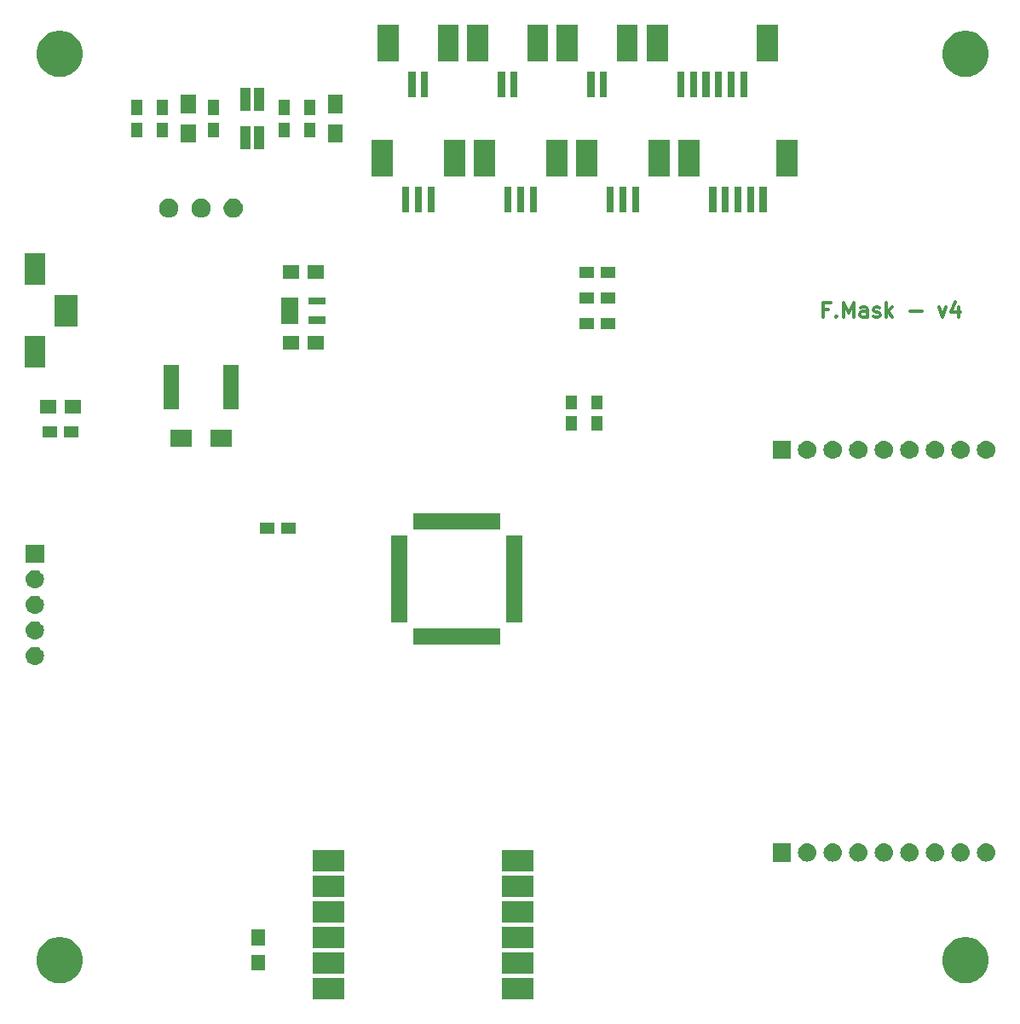
<source format=gbr>
G04 #@! TF.GenerationSoftware,KiCad,Pcbnew,(5.1.0)-1*
G04 #@! TF.CreationDate,2019-06-24T11:39:16+02:00*
G04 #@! TF.ProjectId,USB_Tool,5553425f-546f-46f6-9c2e-6b696361645f,4*
G04 #@! TF.SameCoordinates,Original*
G04 #@! TF.FileFunction,Soldermask,Top*
G04 #@! TF.FilePolarity,Negative*
%FSLAX46Y46*%
G04 Gerber Fmt 4.6, Leading zero omitted, Abs format (unit mm)*
G04 Created by KiCad (PCBNEW (5.1.0)-1) date 2019-06-24 11:39:16*
%MOMM*%
%LPD*%
G04 APERTURE LIST*
%ADD10C,0.300000*%
%ADD11C,0.100000*%
G04 APERTURE END LIST*
D10*
X131380000Y-80372857D02*
X130880000Y-80372857D01*
X130880000Y-81158571D02*
X130880000Y-79658571D01*
X131594285Y-79658571D01*
X132165714Y-81015714D02*
X132237142Y-81087142D01*
X132165714Y-81158571D01*
X132094285Y-81087142D01*
X132165714Y-81015714D01*
X132165714Y-81158571D01*
X132880000Y-81158571D02*
X132880000Y-79658571D01*
X133380000Y-80730000D01*
X133880000Y-79658571D01*
X133880000Y-81158571D01*
X135237142Y-81158571D02*
X135237142Y-80372857D01*
X135165714Y-80230000D01*
X135022857Y-80158571D01*
X134737142Y-80158571D01*
X134594285Y-80230000D01*
X135237142Y-81087142D02*
X135094285Y-81158571D01*
X134737142Y-81158571D01*
X134594285Y-81087142D01*
X134522857Y-80944285D01*
X134522857Y-80801428D01*
X134594285Y-80658571D01*
X134737142Y-80587142D01*
X135094285Y-80587142D01*
X135237142Y-80515714D01*
X135880000Y-81087142D02*
X136022857Y-81158571D01*
X136308571Y-81158571D01*
X136451428Y-81087142D01*
X136522857Y-80944285D01*
X136522857Y-80872857D01*
X136451428Y-80730000D01*
X136308571Y-80658571D01*
X136094285Y-80658571D01*
X135951428Y-80587142D01*
X135880000Y-80444285D01*
X135880000Y-80372857D01*
X135951428Y-80230000D01*
X136094285Y-80158571D01*
X136308571Y-80158571D01*
X136451428Y-80230000D01*
X137165714Y-81158571D02*
X137165714Y-79658571D01*
X137308571Y-80587142D02*
X137737142Y-81158571D01*
X137737142Y-80158571D02*
X137165714Y-80730000D01*
X139522857Y-80587142D02*
X140665714Y-80587142D01*
X142380000Y-80158571D02*
X142737142Y-81158571D01*
X143094285Y-80158571D01*
X144308571Y-80158571D02*
X144308571Y-81158571D01*
X143951428Y-79587142D02*
X143594285Y-80658571D01*
X144522857Y-80658571D01*
D11*
G36*
X102083000Y-148857000D02*
G01*
X98933000Y-148857000D01*
X98933000Y-146723000D01*
X102083000Y-146723000D01*
X102083000Y-148857000D01*
X102083000Y-148857000D01*
G37*
G36*
X83287000Y-148857000D02*
G01*
X80137000Y-148857000D01*
X80137000Y-146723000D01*
X83287000Y-146723000D01*
X83287000Y-148857000D01*
X83287000Y-148857000D01*
G37*
G36*
X55448903Y-142743213D02*
G01*
X55671177Y-142787426D01*
X56089932Y-142960880D01*
X56466802Y-143212696D01*
X56787304Y-143533198D01*
X57039120Y-143910068D01*
X57212574Y-144328823D01*
X57301000Y-144773371D01*
X57301000Y-145226629D01*
X57212574Y-145671177D01*
X57039120Y-146089932D01*
X56787304Y-146466802D01*
X56466802Y-146787304D01*
X56089932Y-147039120D01*
X55671177Y-147212574D01*
X55448903Y-147256787D01*
X55226630Y-147301000D01*
X54773370Y-147301000D01*
X54551097Y-147256787D01*
X54328823Y-147212574D01*
X53910068Y-147039120D01*
X53533198Y-146787304D01*
X53212696Y-146466802D01*
X52960880Y-146089932D01*
X52787426Y-145671177D01*
X52699000Y-145226629D01*
X52699000Y-144773371D01*
X52787426Y-144328823D01*
X52960880Y-143910068D01*
X53212696Y-143533198D01*
X53533198Y-143212696D01*
X53910068Y-142960880D01*
X54328823Y-142787426D01*
X54551097Y-142743213D01*
X54773370Y-142699000D01*
X55226630Y-142699000D01*
X55448903Y-142743213D01*
X55448903Y-142743213D01*
G37*
G36*
X145448903Y-142743213D02*
G01*
X145671177Y-142787426D01*
X146089932Y-142960880D01*
X146466802Y-143212696D01*
X146787304Y-143533198D01*
X147039120Y-143910068D01*
X147212574Y-144328823D01*
X147301000Y-144773371D01*
X147301000Y-145226629D01*
X147212574Y-145671177D01*
X147039120Y-146089932D01*
X146787304Y-146466802D01*
X146466802Y-146787304D01*
X146089932Y-147039120D01*
X145671177Y-147212574D01*
X145448903Y-147256787D01*
X145226630Y-147301000D01*
X144773370Y-147301000D01*
X144551097Y-147256787D01*
X144328823Y-147212574D01*
X143910068Y-147039120D01*
X143533198Y-146787304D01*
X143212696Y-146466802D01*
X142960880Y-146089932D01*
X142787426Y-145671177D01*
X142699000Y-145226629D01*
X142699000Y-144773371D01*
X142787426Y-144328823D01*
X142960880Y-143910068D01*
X143212696Y-143533198D01*
X143533198Y-143212696D01*
X143910068Y-142960880D01*
X144328823Y-142787426D01*
X144551097Y-142743213D01*
X144773370Y-142699000D01*
X145226630Y-142699000D01*
X145448903Y-142743213D01*
X145448903Y-142743213D01*
G37*
G36*
X102083000Y-146317000D02*
G01*
X98933000Y-146317000D01*
X98933000Y-144183000D01*
X102083000Y-144183000D01*
X102083000Y-146317000D01*
X102083000Y-146317000D01*
G37*
G36*
X83287000Y-146317000D02*
G01*
X80137000Y-146317000D01*
X80137000Y-144183000D01*
X83287000Y-144183000D01*
X83287000Y-146317000D01*
X83287000Y-146317000D01*
G37*
G36*
X75441000Y-146031000D02*
G01*
X74089000Y-146031000D01*
X74089000Y-144429000D01*
X75441000Y-144429000D01*
X75441000Y-146031000D01*
X75441000Y-146031000D01*
G37*
G36*
X102083000Y-143777000D02*
G01*
X98933000Y-143777000D01*
X98933000Y-141643000D01*
X102083000Y-141643000D01*
X102083000Y-143777000D01*
X102083000Y-143777000D01*
G37*
G36*
X83287000Y-143777000D02*
G01*
X80137000Y-143777000D01*
X80137000Y-141643000D01*
X83287000Y-141643000D01*
X83287000Y-143777000D01*
X83287000Y-143777000D01*
G37*
G36*
X75441000Y-143531000D02*
G01*
X74089000Y-143531000D01*
X74089000Y-141929000D01*
X75441000Y-141929000D01*
X75441000Y-143531000D01*
X75441000Y-143531000D01*
G37*
G36*
X102083000Y-141237000D02*
G01*
X98933000Y-141237000D01*
X98933000Y-139103000D01*
X102083000Y-139103000D01*
X102083000Y-141237000D01*
X102083000Y-141237000D01*
G37*
G36*
X83287000Y-141237000D02*
G01*
X80137000Y-141237000D01*
X80137000Y-139103000D01*
X83287000Y-139103000D01*
X83287000Y-141237000D01*
X83287000Y-141237000D01*
G37*
G36*
X102083000Y-138697000D02*
G01*
X98933000Y-138697000D01*
X98933000Y-136563000D01*
X102083000Y-136563000D01*
X102083000Y-138697000D01*
X102083000Y-138697000D01*
G37*
G36*
X83287000Y-138697000D02*
G01*
X80137000Y-138697000D01*
X80137000Y-136563000D01*
X83287000Y-136563000D01*
X83287000Y-138697000D01*
X83287000Y-138697000D01*
G37*
G36*
X102083000Y-136157000D02*
G01*
X98933000Y-136157000D01*
X98933000Y-134023000D01*
X102083000Y-134023000D01*
X102083000Y-136157000D01*
X102083000Y-136157000D01*
G37*
G36*
X83287000Y-136157000D02*
G01*
X80137000Y-136157000D01*
X80137000Y-134023000D01*
X83287000Y-134023000D01*
X83287000Y-136157000D01*
X83287000Y-136157000D01*
G37*
G36*
X129380443Y-133405519D02*
G01*
X129446627Y-133412037D01*
X129616466Y-133463557D01*
X129772991Y-133547222D01*
X129808729Y-133576552D01*
X129910186Y-133659814D01*
X129993448Y-133761271D01*
X130022778Y-133797009D01*
X130106443Y-133953534D01*
X130157963Y-134123373D01*
X130175359Y-134300000D01*
X130157963Y-134476627D01*
X130106443Y-134646466D01*
X130022778Y-134802991D01*
X129993448Y-134838729D01*
X129910186Y-134940186D01*
X129808729Y-135023448D01*
X129772991Y-135052778D01*
X129616466Y-135136443D01*
X129446627Y-135187963D01*
X129380443Y-135194481D01*
X129314260Y-135201000D01*
X129225740Y-135201000D01*
X129159557Y-135194481D01*
X129093373Y-135187963D01*
X128923534Y-135136443D01*
X128767009Y-135052778D01*
X128731271Y-135023448D01*
X128629814Y-134940186D01*
X128546552Y-134838729D01*
X128517222Y-134802991D01*
X128433557Y-134646466D01*
X128382037Y-134476627D01*
X128364641Y-134300000D01*
X128382037Y-134123373D01*
X128433557Y-133953534D01*
X128517222Y-133797009D01*
X128546552Y-133761271D01*
X128629814Y-133659814D01*
X128731271Y-133576552D01*
X128767009Y-133547222D01*
X128923534Y-133463557D01*
X129093373Y-133412037D01*
X129159557Y-133405519D01*
X129225740Y-133399000D01*
X129314260Y-133399000D01*
X129380443Y-133405519D01*
X129380443Y-133405519D01*
G37*
G36*
X147160443Y-133405519D02*
G01*
X147226627Y-133412037D01*
X147396466Y-133463557D01*
X147552991Y-133547222D01*
X147588729Y-133576552D01*
X147690186Y-133659814D01*
X147773448Y-133761271D01*
X147802778Y-133797009D01*
X147886443Y-133953534D01*
X147937963Y-134123373D01*
X147955359Y-134300000D01*
X147937963Y-134476627D01*
X147886443Y-134646466D01*
X147802778Y-134802991D01*
X147773448Y-134838729D01*
X147690186Y-134940186D01*
X147588729Y-135023448D01*
X147552991Y-135052778D01*
X147396466Y-135136443D01*
X147226627Y-135187963D01*
X147160443Y-135194481D01*
X147094260Y-135201000D01*
X147005740Y-135201000D01*
X146939557Y-135194481D01*
X146873373Y-135187963D01*
X146703534Y-135136443D01*
X146547009Y-135052778D01*
X146511271Y-135023448D01*
X146409814Y-134940186D01*
X146326552Y-134838729D01*
X146297222Y-134802991D01*
X146213557Y-134646466D01*
X146162037Y-134476627D01*
X146144641Y-134300000D01*
X146162037Y-134123373D01*
X146213557Y-133953534D01*
X146297222Y-133797009D01*
X146326552Y-133761271D01*
X146409814Y-133659814D01*
X146511271Y-133576552D01*
X146547009Y-133547222D01*
X146703534Y-133463557D01*
X146873373Y-133412037D01*
X146939557Y-133405519D01*
X147005740Y-133399000D01*
X147094260Y-133399000D01*
X147160443Y-133405519D01*
X147160443Y-133405519D01*
G37*
G36*
X144620443Y-133405519D02*
G01*
X144686627Y-133412037D01*
X144856466Y-133463557D01*
X145012991Y-133547222D01*
X145048729Y-133576552D01*
X145150186Y-133659814D01*
X145233448Y-133761271D01*
X145262778Y-133797009D01*
X145346443Y-133953534D01*
X145397963Y-134123373D01*
X145415359Y-134300000D01*
X145397963Y-134476627D01*
X145346443Y-134646466D01*
X145262778Y-134802991D01*
X145233448Y-134838729D01*
X145150186Y-134940186D01*
X145048729Y-135023448D01*
X145012991Y-135052778D01*
X144856466Y-135136443D01*
X144686627Y-135187963D01*
X144620443Y-135194481D01*
X144554260Y-135201000D01*
X144465740Y-135201000D01*
X144399557Y-135194481D01*
X144333373Y-135187963D01*
X144163534Y-135136443D01*
X144007009Y-135052778D01*
X143971271Y-135023448D01*
X143869814Y-134940186D01*
X143786552Y-134838729D01*
X143757222Y-134802991D01*
X143673557Y-134646466D01*
X143622037Y-134476627D01*
X143604641Y-134300000D01*
X143622037Y-134123373D01*
X143673557Y-133953534D01*
X143757222Y-133797009D01*
X143786552Y-133761271D01*
X143869814Y-133659814D01*
X143971271Y-133576552D01*
X144007009Y-133547222D01*
X144163534Y-133463557D01*
X144333373Y-133412037D01*
X144399557Y-133405519D01*
X144465740Y-133399000D01*
X144554260Y-133399000D01*
X144620443Y-133405519D01*
X144620443Y-133405519D01*
G37*
G36*
X127631000Y-135201000D02*
G01*
X125829000Y-135201000D01*
X125829000Y-133399000D01*
X127631000Y-133399000D01*
X127631000Y-135201000D01*
X127631000Y-135201000D01*
G37*
G36*
X134460443Y-133405519D02*
G01*
X134526627Y-133412037D01*
X134696466Y-133463557D01*
X134852991Y-133547222D01*
X134888729Y-133576552D01*
X134990186Y-133659814D01*
X135073448Y-133761271D01*
X135102778Y-133797009D01*
X135186443Y-133953534D01*
X135237963Y-134123373D01*
X135255359Y-134300000D01*
X135237963Y-134476627D01*
X135186443Y-134646466D01*
X135102778Y-134802991D01*
X135073448Y-134838729D01*
X134990186Y-134940186D01*
X134888729Y-135023448D01*
X134852991Y-135052778D01*
X134696466Y-135136443D01*
X134526627Y-135187963D01*
X134460443Y-135194481D01*
X134394260Y-135201000D01*
X134305740Y-135201000D01*
X134239557Y-135194481D01*
X134173373Y-135187963D01*
X134003534Y-135136443D01*
X133847009Y-135052778D01*
X133811271Y-135023448D01*
X133709814Y-134940186D01*
X133626552Y-134838729D01*
X133597222Y-134802991D01*
X133513557Y-134646466D01*
X133462037Y-134476627D01*
X133444641Y-134300000D01*
X133462037Y-134123373D01*
X133513557Y-133953534D01*
X133597222Y-133797009D01*
X133626552Y-133761271D01*
X133709814Y-133659814D01*
X133811271Y-133576552D01*
X133847009Y-133547222D01*
X134003534Y-133463557D01*
X134173373Y-133412037D01*
X134239557Y-133405519D01*
X134305740Y-133399000D01*
X134394260Y-133399000D01*
X134460443Y-133405519D01*
X134460443Y-133405519D01*
G37*
G36*
X137000443Y-133405519D02*
G01*
X137066627Y-133412037D01*
X137236466Y-133463557D01*
X137392991Y-133547222D01*
X137428729Y-133576552D01*
X137530186Y-133659814D01*
X137613448Y-133761271D01*
X137642778Y-133797009D01*
X137726443Y-133953534D01*
X137777963Y-134123373D01*
X137795359Y-134300000D01*
X137777963Y-134476627D01*
X137726443Y-134646466D01*
X137642778Y-134802991D01*
X137613448Y-134838729D01*
X137530186Y-134940186D01*
X137428729Y-135023448D01*
X137392991Y-135052778D01*
X137236466Y-135136443D01*
X137066627Y-135187963D01*
X137000443Y-135194481D01*
X136934260Y-135201000D01*
X136845740Y-135201000D01*
X136779557Y-135194481D01*
X136713373Y-135187963D01*
X136543534Y-135136443D01*
X136387009Y-135052778D01*
X136351271Y-135023448D01*
X136249814Y-134940186D01*
X136166552Y-134838729D01*
X136137222Y-134802991D01*
X136053557Y-134646466D01*
X136002037Y-134476627D01*
X135984641Y-134300000D01*
X136002037Y-134123373D01*
X136053557Y-133953534D01*
X136137222Y-133797009D01*
X136166552Y-133761271D01*
X136249814Y-133659814D01*
X136351271Y-133576552D01*
X136387009Y-133547222D01*
X136543534Y-133463557D01*
X136713373Y-133412037D01*
X136779557Y-133405519D01*
X136845740Y-133399000D01*
X136934260Y-133399000D01*
X137000443Y-133405519D01*
X137000443Y-133405519D01*
G37*
G36*
X139540443Y-133405519D02*
G01*
X139606627Y-133412037D01*
X139776466Y-133463557D01*
X139932991Y-133547222D01*
X139968729Y-133576552D01*
X140070186Y-133659814D01*
X140153448Y-133761271D01*
X140182778Y-133797009D01*
X140266443Y-133953534D01*
X140317963Y-134123373D01*
X140335359Y-134300000D01*
X140317963Y-134476627D01*
X140266443Y-134646466D01*
X140182778Y-134802991D01*
X140153448Y-134838729D01*
X140070186Y-134940186D01*
X139968729Y-135023448D01*
X139932991Y-135052778D01*
X139776466Y-135136443D01*
X139606627Y-135187963D01*
X139540443Y-135194481D01*
X139474260Y-135201000D01*
X139385740Y-135201000D01*
X139319557Y-135194481D01*
X139253373Y-135187963D01*
X139083534Y-135136443D01*
X138927009Y-135052778D01*
X138891271Y-135023448D01*
X138789814Y-134940186D01*
X138706552Y-134838729D01*
X138677222Y-134802991D01*
X138593557Y-134646466D01*
X138542037Y-134476627D01*
X138524641Y-134300000D01*
X138542037Y-134123373D01*
X138593557Y-133953534D01*
X138677222Y-133797009D01*
X138706552Y-133761271D01*
X138789814Y-133659814D01*
X138891271Y-133576552D01*
X138927009Y-133547222D01*
X139083534Y-133463557D01*
X139253373Y-133412037D01*
X139319557Y-133405519D01*
X139385740Y-133399000D01*
X139474260Y-133399000D01*
X139540443Y-133405519D01*
X139540443Y-133405519D01*
G37*
G36*
X142080443Y-133405519D02*
G01*
X142146627Y-133412037D01*
X142316466Y-133463557D01*
X142472991Y-133547222D01*
X142508729Y-133576552D01*
X142610186Y-133659814D01*
X142693448Y-133761271D01*
X142722778Y-133797009D01*
X142806443Y-133953534D01*
X142857963Y-134123373D01*
X142875359Y-134300000D01*
X142857963Y-134476627D01*
X142806443Y-134646466D01*
X142722778Y-134802991D01*
X142693448Y-134838729D01*
X142610186Y-134940186D01*
X142508729Y-135023448D01*
X142472991Y-135052778D01*
X142316466Y-135136443D01*
X142146627Y-135187963D01*
X142080443Y-135194481D01*
X142014260Y-135201000D01*
X141925740Y-135201000D01*
X141859557Y-135194481D01*
X141793373Y-135187963D01*
X141623534Y-135136443D01*
X141467009Y-135052778D01*
X141431271Y-135023448D01*
X141329814Y-134940186D01*
X141246552Y-134838729D01*
X141217222Y-134802991D01*
X141133557Y-134646466D01*
X141082037Y-134476627D01*
X141064641Y-134300000D01*
X141082037Y-134123373D01*
X141133557Y-133953534D01*
X141217222Y-133797009D01*
X141246552Y-133761271D01*
X141329814Y-133659814D01*
X141431271Y-133576552D01*
X141467009Y-133547222D01*
X141623534Y-133463557D01*
X141793373Y-133412037D01*
X141859557Y-133405519D01*
X141925740Y-133399000D01*
X142014260Y-133399000D01*
X142080443Y-133405519D01*
X142080443Y-133405519D01*
G37*
G36*
X131920443Y-133405519D02*
G01*
X131986627Y-133412037D01*
X132156466Y-133463557D01*
X132312991Y-133547222D01*
X132348729Y-133576552D01*
X132450186Y-133659814D01*
X132533448Y-133761271D01*
X132562778Y-133797009D01*
X132646443Y-133953534D01*
X132697963Y-134123373D01*
X132715359Y-134300000D01*
X132697963Y-134476627D01*
X132646443Y-134646466D01*
X132562778Y-134802991D01*
X132533448Y-134838729D01*
X132450186Y-134940186D01*
X132348729Y-135023448D01*
X132312991Y-135052778D01*
X132156466Y-135136443D01*
X131986627Y-135187963D01*
X131920443Y-135194481D01*
X131854260Y-135201000D01*
X131765740Y-135201000D01*
X131699557Y-135194481D01*
X131633373Y-135187963D01*
X131463534Y-135136443D01*
X131307009Y-135052778D01*
X131271271Y-135023448D01*
X131169814Y-134940186D01*
X131086552Y-134838729D01*
X131057222Y-134802991D01*
X130973557Y-134646466D01*
X130922037Y-134476627D01*
X130904641Y-134300000D01*
X130922037Y-134123373D01*
X130973557Y-133953534D01*
X131057222Y-133797009D01*
X131086552Y-133761271D01*
X131169814Y-133659814D01*
X131271271Y-133576552D01*
X131307009Y-133547222D01*
X131463534Y-133463557D01*
X131633373Y-133412037D01*
X131699557Y-133405519D01*
X131765740Y-133399000D01*
X131854260Y-133399000D01*
X131920443Y-133405519D01*
X131920443Y-133405519D01*
G37*
G36*
X52650443Y-113875519D02*
G01*
X52716627Y-113882037D01*
X52886466Y-113933557D01*
X53042991Y-114017222D01*
X53078729Y-114046552D01*
X53180186Y-114129814D01*
X53263448Y-114231271D01*
X53292778Y-114267009D01*
X53376443Y-114423534D01*
X53427963Y-114593373D01*
X53445359Y-114770000D01*
X53427963Y-114946627D01*
X53376443Y-115116466D01*
X53292778Y-115272991D01*
X53263448Y-115308729D01*
X53180186Y-115410186D01*
X53078729Y-115493448D01*
X53042991Y-115522778D01*
X52886466Y-115606443D01*
X52716627Y-115657963D01*
X52650442Y-115664482D01*
X52584260Y-115671000D01*
X52495740Y-115671000D01*
X52429558Y-115664482D01*
X52363373Y-115657963D01*
X52193534Y-115606443D01*
X52037009Y-115522778D01*
X52001271Y-115493448D01*
X51899814Y-115410186D01*
X51816552Y-115308729D01*
X51787222Y-115272991D01*
X51703557Y-115116466D01*
X51652037Y-114946627D01*
X51634641Y-114770000D01*
X51652037Y-114593373D01*
X51703557Y-114423534D01*
X51787222Y-114267009D01*
X51816552Y-114231271D01*
X51899814Y-114129814D01*
X52001271Y-114046552D01*
X52037009Y-114017222D01*
X52193534Y-113933557D01*
X52363373Y-113882037D01*
X52429557Y-113875519D01*
X52495740Y-113869000D01*
X52584260Y-113869000D01*
X52650443Y-113875519D01*
X52650443Y-113875519D01*
G37*
G36*
X98776000Y-113651000D02*
G01*
X90124000Y-113651000D01*
X90124000Y-112049000D01*
X98776000Y-112049000D01*
X98776000Y-113651000D01*
X98776000Y-113651000D01*
G37*
G36*
X52650442Y-111335518D02*
G01*
X52716627Y-111342037D01*
X52886466Y-111393557D01*
X53042991Y-111477222D01*
X53078729Y-111506552D01*
X53180186Y-111589814D01*
X53263448Y-111691271D01*
X53292778Y-111727009D01*
X53376443Y-111883534D01*
X53427963Y-112053373D01*
X53445359Y-112230000D01*
X53427963Y-112406627D01*
X53376443Y-112576466D01*
X53292778Y-112732991D01*
X53263448Y-112768729D01*
X53180186Y-112870186D01*
X53078729Y-112953448D01*
X53042991Y-112982778D01*
X52886466Y-113066443D01*
X52716627Y-113117963D01*
X52650442Y-113124482D01*
X52584260Y-113131000D01*
X52495740Y-113131000D01*
X52429558Y-113124482D01*
X52363373Y-113117963D01*
X52193534Y-113066443D01*
X52037009Y-112982778D01*
X52001271Y-112953448D01*
X51899814Y-112870186D01*
X51816552Y-112768729D01*
X51787222Y-112732991D01*
X51703557Y-112576466D01*
X51652037Y-112406627D01*
X51634641Y-112230000D01*
X51652037Y-112053373D01*
X51703557Y-111883534D01*
X51787222Y-111727009D01*
X51816552Y-111691271D01*
X51899814Y-111589814D01*
X52001271Y-111506552D01*
X52037009Y-111477222D01*
X52193534Y-111393557D01*
X52363373Y-111342037D01*
X52429558Y-111335518D01*
X52495740Y-111329000D01*
X52584260Y-111329000D01*
X52650442Y-111335518D01*
X52650442Y-111335518D01*
G37*
G36*
X89551000Y-111476000D02*
G01*
X87949000Y-111476000D01*
X87949000Y-102824000D01*
X89551000Y-102824000D01*
X89551000Y-111476000D01*
X89551000Y-111476000D01*
G37*
G36*
X100951000Y-111476000D02*
G01*
X99349000Y-111476000D01*
X99349000Y-102824000D01*
X100951000Y-102824000D01*
X100951000Y-111476000D01*
X100951000Y-111476000D01*
G37*
G36*
X52650442Y-108795518D02*
G01*
X52716627Y-108802037D01*
X52886466Y-108853557D01*
X53042991Y-108937222D01*
X53078729Y-108966552D01*
X53180186Y-109049814D01*
X53263448Y-109151271D01*
X53292778Y-109187009D01*
X53376443Y-109343534D01*
X53427963Y-109513373D01*
X53445359Y-109690000D01*
X53427963Y-109866627D01*
X53376443Y-110036466D01*
X53292778Y-110192991D01*
X53263448Y-110228729D01*
X53180186Y-110330186D01*
X53078729Y-110413448D01*
X53042991Y-110442778D01*
X52886466Y-110526443D01*
X52716627Y-110577963D01*
X52650442Y-110584482D01*
X52584260Y-110591000D01*
X52495740Y-110591000D01*
X52429558Y-110584482D01*
X52363373Y-110577963D01*
X52193534Y-110526443D01*
X52037009Y-110442778D01*
X52001271Y-110413448D01*
X51899814Y-110330186D01*
X51816552Y-110228729D01*
X51787222Y-110192991D01*
X51703557Y-110036466D01*
X51652037Y-109866627D01*
X51634641Y-109690000D01*
X51652037Y-109513373D01*
X51703557Y-109343534D01*
X51787222Y-109187009D01*
X51816552Y-109151271D01*
X51899814Y-109049814D01*
X52001271Y-108966552D01*
X52037009Y-108937222D01*
X52193534Y-108853557D01*
X52363373Y-108802037D01*
X52429558Y-108795518D01*
X52495740Y-108789000D01*
X52584260Y-108789000D01*
X52650442Y-108795518D01*
X52650442Y-108795518D01*
G37*
G36*
X52650443Y-106255519D02*
G01*
X52716627Y-106262037D01*
X52886466Y-106313557D01*
X53042991Y-106397222D01*
X53078729Y-106426552D01*
X53180186Y-106509814D01*
X53263448Y-106611271D01*
X53292778Y-106647009D01*
X53376443Y-106803534D01*
X53427963Y-106973373D01*
X53445359Y-107150000D01*
X53427963Y-107326627D01*
X53376443Y-107496466D01*
X53292778Y-107652991D01*
X53263448Y-107688729D01*
X53180186Y-107790186D01*
X53078729Y-107873448D01*
X53042991Y-107902778D01*
X52886466Y-107986443D01*
X52716627Y-108037963D01*
X52650443Y-108044481D01*
X52584260Y-108051000D01*
X52495740Y-108051000D01*
X52429557Y-108044481D01*
X52363373Y-108037963D01*
X52193534Y-107986443D01*
X52037009Y-107902778D01*
X52001271Y-107873448D01*
X51899814Y-107790186D01*
X51816552Y-107688729D01*
X51787222Y-107652991D01*
X51703557Y-107496466D01*
X51652037Y-107326627D01*
X51634641Y-107150000D01*
X51652037Y-106973373D01*
X51703557Y-106803534D01*
X51787222Y-106647009D01*
X51816552Y-106611271D01*
X51899814Y-106509814D01*
X52001271Y-106426552D01*
X52037009Y-106397222D01*
X52193534Y-106313557D01*
X52363373Y-106262037D01*
X52429557Y-106255519D01*
X52495740Y-106249000D01*
X52584260Y-106249000D01*
X52650443Y-106255519D01*
X52650443Y-106255519D01*
G37*
G36*
X53441000Y-105511000D02*
G01*
X51639000Y-105511000D01*
X51639000Y-103709000D01*
X53441000Y-103709000D01*
X53441000Y-105511000D01*
X53441000Y-105511000D01*
G37*
G36*
X78421000Y-102621000D02*
G01*
X77019000Y-102621000D01*
X77019000Y-101519000D01*
X78421000Y-101519000D01*
X78421000Y-102621000D01*
X78421000Y-102621000D01*
G37*
G36*
X76321000Y-102621000D02*
G01*
X74919000Y-102621000D01*
X74919000Y-101519000D01*
X76321000Y-101519000D01*
X76321000Y-102621000D01*
X76321000Y-102621000D01*
G37*
G36*
X98776000Y-102251000D02*
G01*
X90124000Y-102251000D01*
X90124000Y-100649000D01*
X98776000Y-100649000D01*
X98776000Y-102251000D01*
X98776000Y-102251000D01*
G37*
G36*
X127631000Y-95201000D02*
G01*
X125829000Y-95201000D01*
X125829000Y-93399000D01*
X127631000Y-93399000D01*
X127631000Y-95201000D01*
X127631000Y-95201000D01*
G37*
G36*
X142080443Y-93405519D02*
G01*
X142146627Y-93412037D01*
X142316466Y-93463557D01*
X142472991Y-93547222D01*
X142508729Y-93576552D01*
X142610186Y-93659814D01*
X142693448Y-93761271D01*
X142722778Y-93797009D01*
X142806443Y-93953534D01*
X142857963Y-94123373D01*
X142875359Y-94300000D01*
X142857963Y-94476627D01*
X142806443Y-94646466D01*
X142722778Y-94802991D01*
X142693448Y-94838729D01*
X142610186Y-94940186D01*
X142508729Y-95023448D01*
X142472991Y-95052778D01*
X142316466Y-95136443D01*
X142146627Y-95187963D01*
X142080443Y-95194481D01*
X142014260Y-95201000D01*
X141925740Y-95201000D01*
X141859557Y-95194481D01*
X141793373Y-95187963D01*
X141623534Y-95136443D01*
X141467009Y-95052778D01*
X141431271Y-95023448D01*
X141329814Y-94940186D01*
X141246552Y-94838729D01*
X141217222Y-94802991D01*
X141133557Y-94646466D01*
X141082037Y-94476627D01*
X141064641Y-94300000D01*
X141082037Y-94123373D01*
X141133557Y-93953534D01*
X141217222Y-93797009D01*
X141246552Y-93761271D01*
X141329814Y-93659814D01*
X141431271Y-93576552D01*
X141467009Y-93547222D01*
X141623534Y-93463557D01*
X141793373Y-93412037D01*
X141859558Y-93405518D01*
X141925740Y-93399000D01*
X142014260Y-93399000D01*
X142080443Y-93405519D01*
X142080443Y-93405519D01*
G37*
G36*
X144620443Y-93405519D02*
G01*
X144686627Y-93412037D01*
X144856466Y-93463557D01*
X145012991Y-93547222D01*
X145048729Y-93576552D01*
X145150186Y-93659814D01*
X145233448Y-93761271D01*
X145262778Y-93797009D01*
X145346443Y-93953534D01*
X145397963Y-94123373D01*
X145415359Y-94300000D01*
X145397963Y-94476627D01*
X145346443Y-94646466D01*
X145262778Y-94802991D01*
X145233448Y-94838729D01*
X145150186Y-94940186D01*
X145048729Y-95023448D01*
X145012991Y-95052778D01*
X144856466Y-95136443D01*
X144686627Y-95187963D01*
X144620443Y-95194481D01*
X144554260Y-95201000D01*
X144465740Y-95201000D01*
X144399557Y-95194481D01*
X144333373Y-95187963D01*
X144163534Y-95136443D01*
X144007009Y-95052778D01*
X143971271Y-95023448D01*
X143869814Y-94940186D01*
X143786552Y-94838729D01*
X143757222Y-94802991D01*
X143673557Y-94646466D01*
X143622037Y-94476627D01*
X143604641Y-94300000D01*
X143622037Y-94123373D01*
X143673557Y-93953534D01*
X143757222Y-93797009D01*
X143786552Y-93761271D01*
X143869814Y-93659814D01*
X143971271Y-93576552D01*
X144007009Y-93547222D01*
X144163534Y-93463557D01*
X144333373Y-93412037D01*
X144399558Y-93405518D01*
X144465740Y-93399000D01*
X144554260Y-93399000D01*
X144620443Y-93405519D01*
X144620443Y-93405519D01*
G37*
G36*
X147160443Y-93405519D02*
G01*
X147226627Y-93412037D01*
X147396466Y-93463557D01*
X147552991Y-93547222D01*
X147588729Y-93576552D01*
X147690186Y-93659814D01*
X147773448Y-93761271D01*
X147802778Y-93797009D01*
X147886443Y-93953534D01*
X147937963Y-94123373D01*
X147955359Y-94300000D01*
X147937963Y-94476627D01*
X147886443Y-94646466D01*
X147802778Y-94802991D01*
X147773448Y-94838729D01*
X147690186Y-94940186D01*
X147588729Y-95023448D01*
X147552991Y-95052778D01*
X147396466Y-95136443D01*
X147226627Y-95187963D01*
X147160443Y-95194481D01*
X147094260Y-95201000D01*
X147005740Y-95201000D01*
X146939557Y-95194481D01*
X146873373Y-95187963D01*
X146703534Y-95136443D01*
X146547009Y-95052778D01*
X146511271Y-95023448D01*
X146409814Y-94940186D01*
X146326552Y-94838729D01*
X146297222Y-94802991D01*
X146213557Y-94646466D01*
X146162037Y-94476627D01*
X146144641Y-94300000D01*
X146162037Y-94123373D01*
X146213557Y-93953534D01*
X146297222Y-93797009D01*
X146326552Y-93761271D01*
X146409814Y-93659814D01*
X146511271Y-93576552D01*
X146547009Y-93547222D01*
X146703534Y-93463557D01*
X146873373Y-93412037D01*
X146939558Y-93405518D01*
X147005740Y-93399000D01*
X147094260Y-93399000D01*
X147160443Y-93405519D01*
X147160443Y-93405519D01*
G37*
G36*
X139540443Y-93405519D02*
G01*
X139606627Y-93412037D01*
X139776466Y-93463557D01*
X139932991Y-93547222D01*
X139968729Y-93576552D01*
X140070186Y-93659814D01*
X140153448Y-93761271D01*
X140182778Y-93797009D01*
X140266443Y-93953534D01*
X140317963Y-94123373D01*
X140335359Y-94300000D01*
X140317963Y-94476627D01*
X140266443Y-94646466D01*
X140182778Y-94802991D01*
X140153448Y-94838729D01*
X140070186Y-94940186D01*
X139968729Y-95023448D01*
X139932991Y-95052778D01*
X139776466Y-95136443D01*
X139606627Y-95187963D01*
X139540443Y-95194481D01*
X139474260Y-95201000D01*
X139385740Y-95201000D01*
X139319557Y-95194481D01*
X139253373Y-95187963D01*
X139083534Y-95136443D01*
X138927009Y-95052778D01*
X138891271Y-95023448D01*
X138789814Y-94940186D01*
X138706552Y-94838729D01*
X138677222Y-94802991D01*
X138593557Y-94646466D01*
X138542037Y-94476627D01*
X138524641Y-94300000D01*
X138542037Y-94123373D01*
X138593557Y-93953534D01*
X138677222Y-93797009D01*
X138706552Y-93761271D01*
X138789814Y-93659814D01*
X138891271Y-93576552D01*
X138927009Y-93547222D01*
X139083534Y-93463557D01*
X139253373Y-93412037D01*
X139319558Y-93405518D01*
X139385740Y-93399000D01*
X139474260Y-93399000D01*
X139540443Y-93405519D01*
X139540443Y-93405519D01*
G37*
G36*
X131920443Y-93405519D02*
G01*
X131986627Y-93412037D01*
X132156466Y-93463557D01*
X132312991Y-93547222D01*
X132348729Y-93576552D01*
X132450186Y-93659814D01*
X132533448Y-93761271D01*
X132562778Y-93797009D01*
X132646443Y-93953534D01*
X132697963Y-94123373D01*
X132715359Y-94300000D01*
X132697963Y-94476627D01*
X132646443Y-94646466D01*
X132562778Y-94802991D01*
X132533448Y-94838729D01*
X132450186Y-94940186D01*
X132348729Y-95023448D01*
X132312991Y-95052778D01*
X132156466Y-95136443D01*
X131986627Y-95187963D01*
X131920443Y-95194481D01*
X131854260Y-95201000D01*
X131765740Y-95201000D01*
X131699557Y-95194481D01*
X131633373Y-95187963D01*
X131463534Y-95136443D01*
X131307009Y-95052778D01*
X131271271Y-95023448D01*
X131169814Y-94940186D01*
X131086552Y-94838729D01*
X131057222Y-94802991D01*
X130973557Y-94646466D01*
X130922037Y-94476627D01*
X130904641Y-94300000D01*
X130922037Y-94123373D01*
X130973557Y-93953534D01*
X131057222Y-93797009D01*
X131086552Y-93761271D01*
X131169814Y-93659814D01*
X131271271Y-93576552D01*
X131307009Y-93547222D01*
X131463534Y-93463557D01*
X131633373Y-93412037D01*
X131699558Y-93405518D01*
X131765740Y-93399000D01*
X131854260Y-93399000D01*
X131920443Y-93405519D01*
X131920443Y-93405519D01*
G37*
G36*
X134460443Y-93405519D02*
G01*
X134526627Y-93412037D01*
X134696466Y-93463557D01*
X134852991Y-93547222D01*
X134888729Y-93576552D01*
X134990186Y-93659814D01*
X135073448Y-93761271D01*
X135102778Y-93797009D01*
X135186443Y-93953534D01*
X135237963Y-94123373D01*
X135255359Y-94300000D01*
X135237963Y-94476627D01*
X135186443Y-94646466D01*
X135102778Y-94802991D01*
X135073448Y-94838729D01*
X134990186Y-94940186D01*
X134888729Y-95023448D01*
X134852991Y-95052778D01*
X134696466Y-95136443D01*
X134526627Y-95187963D01*
X134460443Y-95194481D01*
X134394260Y-95201000D01*
X134305740Y-95201000D01*
X134239557Y-95194481D01*
X134173373Y-95187963D01*
X134003534Y-95136443D01*
X133847009Y-95052778D01*
X133811271Y-95023448D01*
X133709814Y-94940186D01*
X133626552Y-94838729D01*
X133597222Y-94802991D01*
X133513557Y-94646466D01*
X133462037Y-94476627D01*
X133444641Y-94300000D01*
X133462037Y-94123373D01*
X133513557Y-93953534D01*
X133597222Y-93797009D01*
X133626552Y-93761271D01*
X133709814Y-93659814D01*
X133811271Y-93576552D01*
X133847009Y-93547222D01*
X134003534Y-93463557D01*
X134173373Y-93412037D01*
X134239558Y-93405518D01*
X134305740Y-93399000D01*
X134394260Y-93399000D01*
X134460443Y-93405519D01*
X134460443Y-93405519D01*
G37*
G36*
X137000443Y-93405519D02*
G01*
X137066627Y-93412037D01*
X137236466Y-93463557D01*
X137392991Y-93547222D01*
X137428729Y-93576552D01*
X137530186Y-93659814D01*
X137613448Y-93761271D01*
X137642778Y-93797009D01*
X137726443Y-93953534D01*
X137777963Y-94123373D01*
X137795359Y-94300000D01*
X137777963Y-94476627D01*
X137726443Y-94646466D01*
X137642778Y-94802991D01*
X137613448Y-94838729D01*
X137530186Y-94940186D01*
X137428729Y-95023448D01*
X137392991Y-95052778D01*
X137236466Y-95136443D01*
X137066627Y-95187963D01*
X137000443Y-95194481D01*
X136934260Y-95201000D01*
X136845740Y-95201000D01*
X136779557Y-95194481D01*
X136713373Y-95187963D01*
X136543534Y-95136443D01*
X136387009Y-95052778D01*
X136351271Y-95023448D01*
X136249814Y-94940186D01*
X136166552Y-94838729D01*
X136137222Y-94802991D01*
X136053557Y-94646466D01*
X136002037Y-94476627D01*
X135984641Y-94300000D01*
X136002037Y-94123373D01*
X136053557Y-93953534D01*
X136137222Y-93797009D01*
X136166552Y-93761271D01*
X136249814Y-93659814D01*
X136351271Y-93576552D01*
X136387009Y-93547222D01*
X136543534Y-93463557D01*
X136713373Y-93412037D01*
X136779558Y-93405518D01*
X136845740Y-93399000D01*
X136934260Y-93399000D01*
X137000443Y-93405519D01*
X137000443Y-93405519D01*
G37*
G36*
X129380443Y-93405519D02*
G01*
X129446627Y-93412037D01*
X129616466Y-93463557D01*
X129772991Y-93547222D01*
X129808729Y-93576552D01*
X129910186Y-93659814D01*
X129993448Y-93761271D01*
X130022778Y-93797009D01*
X130106443Y-93953534D01*
X130157963Y-94123373D01*
X130175359Y-94300000D01*
X130157963Y-94476627D01*
X130106443Y-94646466D01*
X130022778Y-94802991D01*
X129993448Y-94838729D01*
X129910186Y-94940186D01*
X129808729Y-95023448D01*
X129772991Y-95052778D01*
X129616466Y-95136443D01*
X129446627Y-95187963D01*
X129380443Y-95194481D01*
X129314260Y-95201000D01*
X129225740Y-95201000D01*
X129159557Y-95194481D01*
X129093373Y-95187963D01*
X128923534Y-95136443D01*
X128767009Y-95052778D01*
X128731271Y-95023448D01*
X128629814Y-94940186D01*
X128546552Y-94838729D01*
X128517222Y-94802991D01*
X128433557Y-94646466D01*
X128382037Y-94476627D01*
X128364641Y-94300000D01*
X128382037Y-94123373D01*
X128433557Y-93953534D01*
X128517222Y-93797009D01*
X128546552Y-93761271D01*
X128629814Y-93659814D01*
X128731271Y-93576552D01*
X128767009Y-93547222D01*
X128923534Y-93463557D01*
X129093373Y-93412037D01*
X129159558Y-93405518D01*
X129225740Y-93399000D01*
X129314260Y-93399000D01*
X129380443Y-93405519D01*
X129380443Y-93405519D01*
G37*
G36*
X68101000Y-94031000D02*
G01*
X65999000Y-94031000D01*
X65999000Y-92329000D01*
X68101000Y-92329000D01*
X68101000Y-94031000D01*
X68101000Y-94031000D01*
G37*
G36*
X72101000Y-94031000D02*
G01*
X69999000Y-94031000D01*
X69999000Y-92329000D01*
X72101000Y-92329000D01*
X72101000Y-94031000D01*
X72101000Y-94031000D01*
G37*
G36*
X56831000Y-93096000D02*
G01*
X55429000Y-93096000D01*
X55429000Y-91994000D01*
X56831000Y-91994000D01*
X56831000Y-93096000D01*
X56831000Y-93096000D01*
G37*
G36*
X54731000Y-93096000D02*
G01*
X53329000Y-93096000D01*
X53329000Y-91994000D01*
X54731000Y-91994000D01*
X54731000Y-93096000D01*
X54731000Y-93096000D01*
G37*
G36*
X108971000Y-92391000D02*
G01*
X107869000Y-92391000D01*
X107869000Y-90989000D01*
X108971000Y-90989000D01*
X108971000Y-92391000D01*
X108971000Y-92391000D01*
G37*
G36*
X106431000Y-92391000D02*
G01*
X105329000Y-92391000D01*
X105329000Y-90989000D01*
X106431000Y-90989000D01*
X106431000Y-92391000D01*
X106431000Y-92391000D01*
G37*
G36*
X57131000Y-90681000D02*
G01*
X55529000Y-90681000D01*
X55529000Y-89329000D01*
X57131000Y-89329000D01*
X57131000Y-90681000D01*
X57131000Y-90681000D01*
G37*
G36*
X54631000Y-90681000D02*
G01*
X53029000Y-90681000D01*
X53029000Y-89329000D01*
X54631000Y-89329000D01*
X54631000Y-90681000D01*
X54631000Y-90681000D01*
G37*
G36*
X72776000Y-90326000D02*
G01*
X71224000Y-90326000D01*
X71224000Y-85874000D01*
X72776000Y-85874000D01*
X72776000Y-90326000D01*
X72776000Y-90326000D01*
G37*
G36*
X66876000Y-90326000D02*
G01*
X65324000Y-90326000D01*
X65324000Y-85874000D01*
X66876000Y-85874000D01*
X66876000Y-90326000D01*
X66876000Y-90326000D01*
G37*
G36*
X108971000Y-90291000D02*
G01*
X107869000Y-90291000D01*
X107869000Y-88889000D01*
X108971000Y-88889000D01*
X108971000Y-90291000D01*
X108971000Y-90291000D01*
G37*
G36*
X106431000Y-90291000D02*
G01*
X105329000Y-90291000D01*
X105329000Y-88889000D01*
X106431000Y-88889000D01*
X106431000Y-90291000D01*
X106431000Y-90291000D01*
G37*
G36*
X53541000Y-86131000D02*
G01*
X51539000Y-86131000D01*
X51539000Y-83029000D01*
X53541000Y-83029000D01*
X53541000Y-86131000D01*
X53541000Y-86131000D01*
G37*
G36*
X78761000Y-84331000D02*
G01*
X77159000Y-84331000D01*
X77159000Y-82979000D01*
X78761000Y-82979000D01*
X78761000Y-84331000D01*
X78761000Y-84331000D01*
G37*
G36*
X81261000Y-84331000D02*
G01*
X79659000Y-84331000D01*
X79659000Y-82979000D01*
X81261000Y-82979000D01*
X81261000Y-84331000D01*
X81261000Y-84331000D01*
G37*
G36*
X108071000Y-82301000D02*
G01*
X106669000Y-82301000D01*
X106669000Y-81199000D01*
X108071000Y-81199000D01*
X108071000Y-82301000D01*
X108071000Y-82301000D01*
G37*
G36*
X110171000Y-82301000D02*
G01*
X108769000Y-82301000D01*
X108769000Y-81199000D01*
X110171000Y-81199000D01*
X110171000Y-82301000D01*
X110171000Y-82301000D01*
G37*
G36*
X56791000Y-82056000D02*
G01*
X54489000Y-82056000D01*
X54489000Y-78904000D01*
X56791000Y-78904000D01*
X56791000Y-82056000D01*
X56791000Y-82056000D01*
G37*
G36*
X78691000Y-81806000D02*
G01*
X77029000Y-81806000D01*
X77029000Y-79154000D01*
X78691000Y-79154000D01*
X78691000Y-81806000D01*
X78691000Y-81806000D01*
G37*
G36*
X81391000Y-81806000D02*
G01*
X79729000Y-81806000D01*
X79729000Y-81054000D01*
X81391000Y-81054000D01*
X81391000Y-81806000D01*
X81391000Y-81806000D01*
G37*
G36*
X81391000Y-79906000D02*
G01*
X79729000Y-79906000D01*
X79729000Y-79154000D01*
X81391000Y-79154000D01*
X81391000Y-79906000D01*
X81391000Y-79906000D01*
G37*
G36*
X110171000Y-79761000D02*
G01*
X108769000Y-79761000D01*
X108769000Y-78659000D01*
X110171000Y-78659000D01*
X110171000Y-79761000D01*
X110171000Y-79761000D01*
G37*
G36*
X108071000Y-79761000D02*
G01*
X106669000Y-79761000D01*
X106669000Y-78659000D01*
X108071000Y-78659000D01*
X108071000Y-79761000D01*
X108071000Y-79761000D01*
G37*
G36*
X53541000Y-77931000D02*
G01*
X51539000Y-77931000D01*
X51539000Y-74829000D01*
X53541000Y-74829000D01*
X53541000Y-77931000D01*
X53541000Y-77931000D01*
G37*
G36*
X81261000Y-77346000D02*
G01*
X79659000Y-77346000D01*
X79659000Y-75994000D01*
X81261000Y-75994000D01*
X81261000Y-77346000D01*
X81261000Y-77346000D01*
G37*
G36*
X78761000Y-77346000D02*
G01*
X77159000Y-77346000D01*
X77159000Y-75994000D01*
X78761000Y-75994000D01*
X78761000Y-77346000D01*
X78761000Y-77346000D01*
G37*
G36*
X108071000Y-77221000D02*
G01*
X106669000Y-77221000D01*
X106669000Y-76119000D01*
X108071000Y-76119000D01*
X108071000Y-77221000D01*
X108071000Y-77221000D01*
G37*
G36*
X110171000Y-77221000D02*
G01*
X108769000Y-77221000D01*
X108769000Y-76119000D01*
X110171000Y-76119000D01*
X110171000Y-77221000D01*
X110171000Y-77221000D01*
G37*
G36*
X66127395Y-69405546D02*
G01*
X66300466Y-69477234D01*
X66300467Y-69477235D01*
X66456227Y-69581310D01*
X66588690Y-69713773D01*
X66588691Y-69713775D01*
X66692766Y-69869534D01*
X66764454Y-70042605D01*
X66801000Y-70226333D01*
X66801000Y-70413667D01*
X66764454Y-70597395D01*
X66692766Y-70770466D01*
X66692765Y-70770467D01*
X66588690Y-70926227D01*
X66456227Y-71058690D01*
X66377818Y-71111081D01*
X66300466Y-71162766D01*
X66127395Y-71234454D01*
X65943667Y-71271000D01*
X65756333Y-71271000D01*
X65572605Y-71234454D01*
X65399534Y-71162766D01*
X65322182Y-71111081D01*
X65243773Y-71058690D01*
X65111310Y-70926227D01*
X65007235Y-70770467D01*
X65007234Y-70770466D01*
X64935546Y-70597395D01*
X64899000Y-70413667D01*
X64899000Y-70226333D01*
X64935546Y-70042605D01*
X65007234Y-69869534D01*
X65111309Y-69713775D01*
X65111310Y-69713773D01*
X65243773Y-69581310D01*
X65399533Y-69477235D01*
X65399534Y-69477234D01*
X65572605Y-69405546D01*
X65756333Y-69369000D01*
X65943667Y-69369000D01*
X66127395Y-69405546D01*
X66127395Y-69405546D01*
G37*
G36*
X72527395Y-69405546D02*
G01*
X72700466Y-69477234D01*
X72700467Y-69477235D01*
X72856227Y-69581310D01*
X72988690Y-69713773D01*
X72988691Y-69713775D01*
X73092766Y-69869534D01*
X73164454Y-70042605D01*
X73201000Y-70226333D01*
X73201000Y-70413667D01*
X73164454Y-70597395D01*
X73092766Y-70770466D01*
X73092765Y-70770467D01*
X72988690Y-70926227D01*
X72856227Y-71058690D01*
X72777818Y-71111081D01*
X72700466Y-71162766D01*
X72527395Y-71234454D01*
X72343667Y-71271000D01*
X72156333Y-71271000D01*
X71972605Y-71234454D01*
X71799534Y-71162766D01*
X71722182Y-71111081D01*
X71643773Y-71058690D01*
X71511310Y-70926227D01*
X71407235Y-70770467D01*
X71407234Y-70770466D01*
X71335546Y-70597395D01*
X71299000Y-70413667D01*
X71299000Y-70226333D01*
X71335546Y-70042605D01*
X71407234Y-69869534D01*
X71511309Y-69713775D01*
X71511310Y-69713773D01*
X71643773Y-69581310D01*
X71799533Y-69477235D01*
X71799534Y-69477234D01*
X71972605Y-69405546D01*
X72156333Y-69369000D01*
X72343667Y-69369000D01*
X72527395Y-69405546D01*
X72527395Y-69405546D01*
G37*
G36*
X69327395Y-69405546D02*
G01*
X69500466Y-69477234D01*
X69500467Y-69477235D01*
X69656227Y-69581310D01*
X69788690Y-69713773D01*
X69788691Y-69713775D01*
X69892766Y-69869534D01*
X69964454Y-70042605D01*
X70001000Y-70226333D01*
X70001000Y-70413667D01*
X69964454Y-70597395D01*
X69892766Y-70770466D01*
X69892765Y-70770467D01*
X69788690Y-70926227D01*
X69656227Y-71058690D01*
X69577818Y-71111081D01*
X69500466Y-71162766D01*
X69327395Y-71234454D01*
X69143667Y-71271000D01*
X68956333Y-71271000D01*
X68772605Y-71234454D01*
X68599534Y-71162766D01*
X68522182Y-71111081D01*
X68443773Y-71058690D01*
X68311310Y-70926227D01*
X68207235Y-70770467D01*
X68207234Y-70770466D01*
X68135546Y-70597395D01*
X68099000Y-70413667D01*
X68099000Y-70226333D01*
X68135546Y-70042605D01*
X68207234Y-69869534D01*
X68311309Y-69713775D01*
X68311310Y-69713773D01*
X68443773Y-69581310D01*
X68599533Y-69477235D01*
X68599534Y-69477234D01*
X68772605Y-69405546D01*
X68956333Y-69369000D01*
X69143667Y-69369000D01*
X69327395Y-69405546D01*
X69327395Y-69405546D01*
G37*
G36*
X92241000Y-70751000D02*
G01*
X91539000Y-70751000D01*
X91539000Y-68149000D01*
X92241000Y-68149000D01*
X92241000Y-70751000D01*
X92241000Y-70751000D01*
G37*
G36*
X90991000Y-70751000D02*
G01*
X90289000Y-70751000D01*
X90289000Y-68149000D01*
X90991000Y-68149000D01*
X90991000Y-70751000D01*
X90991000Y-70751000D01*
G37*
G36*
X110061000Y-70751000D02*
G01*
X109359000Y-70751000D01*
X109359000Y-68149000D01*
X110061000Y-68149000D01*
X110061000Y-70751000D01*
X110061000Y-70751000D01*
G37*
G36*
X111311000Y-70751000D02*
G01*
X110609000Y-70751000D01*
X110609000Y-68149000D01*
X111311000Y-68149000D01*
X111311000Y-70751000D01*
X111311000Y-70751000D01*
G37*
G36*
X112561000Y-70751000D02*
G01*
X111859000Y-70751000D01*
X111859000Y-68149000D01*
X112561000Y-68149000D01*
X112561000Y-70751000D01*
X112561000Y-70751000D01*
G37*
G36*
X121491000Y-70751000D02*
G01*
X120789000Y-70751000D01*
X120789000Y-68149000D01*
X121491000Y-68149000D01*
X121491000Y-70751000D01*
X121491000Y-70751000D01*
G37*
G36*
X122741000Y-70751000D02*
G01*
X122039000Y-70751000D01*
X122039000Y-68149000D01*
X122741000Y-68149000D01*
X122741000Y-70751000D01*
X122741000Y-70751000D01*
G37*
G36*
X125241000Y-70751000D02*
G01*
X124539000Y-70751000D01*
X124539000Y-68149000D01*
X125241000Y-68149000D01*
X125241000Y-70751000D01*
X125241000Y-70751000D01*
G37*
G36*
X99901000Y-70751000D02*
G01*
X99199000Y-70751000D01*
X99199000Y-68149000D01*
X99901000Y-68149000D01*
X99901000Y-70751000D01*
X99901000Y-70751000D01*
G37*
G36*
X101151000Y-70751000D02*
G01*
X100449000Y-70751000D01*
X100449000Y-68149000D01*
X101151000Y-68149000D01*
X101151000Y-70751000D01*
X101151000Y-70751000D01*
G37*
G36*
X102401000Y-70751000D02*
G01*
X101699000Y-70751000D01*
X101699000Y-68149000D01*
X102401000Y-68149000D01*
X102401000Y-70751000D01*
X102401000Y-70751000D01*
G37*
G36*
X120241000Y-70751000D02*
G01*
X119539000Y-70751000D01*
X119539000Y-68149000D01*
X120241000Y-68149000D01*
X120241000Y-70751000D01*
X120241000Y-70751000D01*
G37*
G36*
X89741000Y-70751000D02*
G01*
X89039000Y-70751000D01*
X89039000Y-68149000D01*
X89741000Y-68149000D01*
X89741000Y-70751000D01*
X89741000Y-70751000D01*
G37*
G36*
X123991000Y-70751000D02*
G01*
X123289000Y-70751000D01*
X123289000Y-68149000D01*
X123991000Y-68149000D01*
X123991000Y-70751000D01*
X123991000Y-70751000D01*
G37*
G36*
X128291000Y-67151000D02*
G01*
X126189000Y-67151000D01*
X126189000Y-63549000D01*
X128291000Y-63549000D01*
X128291000Y-67151000D01*
X128291000Y-67151000D01*
G37*
G36*
X88091000Y-67151000D02*
G01*
X85989000Y-67151000D01*
X85989000Y-63549000D01*
X88091000Y-63549000D01*
X88091000Y-67151000D01*
X88091000Y-67151000D01*
G37*
G36*
X98251000Y-67151000D02*
G01*
X96149000Y-67151000D01*
X96149000Y-63549000D01*
X98251000Y-63549000D01*
X98251000Y-67151000D01*
X98251000Y-67151000D01*
G37*
G36*
X105451000Y-67151000D02*
G01*
X103349000Y-67151000D01*
X103349000Y-63549000D01*
X105451000Y-63549000D01*
X105451000Y-67151000D01*
X105451000Y-67151000D01*
G37*
G36*
X108411000Y-67151000D02*
G01*
X106309000Y-67151000D01*
X106309000Y-63549000D01*
X108411000Y-63549000D01*
X108411000Y-67151000D01*
X108411000Y-67151000D01*
G37*
G36*
X95291000Y-67151000D02*
G01*
X93189000Y-67151000D01*
X93189000Y-63549000D01*
X95291000Y-63549000D01*
X95291000Y-67151000D01*
X95291000Y-67151000D01*
G37*
G36*
X115611000Y-67151000D02*
G01*
X113509000Y-67151000D01*
X113509000Y-63549000D01*
X115611000Y-63549000D01*
X115611000Y-67151000D01*
X115611000Y-67151000D01*
G37*
G36*
X118591000Y-67151000D02*
G01*
X116489000Y-67151000D01*
X116489000Y-63549000D01*
X118591000Y-63549000D01*
X118591000Y-67151000D01*
X118591000Y-67151000D01*
G37*
G36*
X73931000Y-64481000D02*
G01*
X72929000Y-64481000D01*
X72929000Y-62179000D01*
X73931000Y-62179000D01*
X73931000Y-64481000D01*
X73931000Y-64481000D01*
G37*
G36*
X75331000Y-64481000D02*
G01*
X74329000Y-64481000D01*
X74329000Y-62179000D01*
X75331000Y-62179000D01*
X75331000Y-64481000D01*
X75331000Y-64481000D01*
G37*
G36*
X83136000Y-63781000D02*
G01*
X81634000Y-63781000D01*
X81634000Y-61979000D01*
X83136000Y-61979000D01*
X83136000Y-63781000D01*
X83136000Y-63781000D01*
G37*
G36*
X68531000Y-63781000D02*
G01*
X67029000Y-63781000D01*
X67029000Y-61979000D01*
X68531000Y-61979000D01*
X68531000Y-63781000D01*
X68531000Y-63781000D01*
G37*
G36*
X80396000Y-63306000D02*
G01*
X79294000Y-63306000D01*
X79294000Y-61804000D01*
X80396000Y-61804000D01*
X80396000Y-63306000D01*
X80396000Y-63306000D01*
G37*
G36*
X77856000Y-63306000D02*
G01*
X76754000Y-63306000D01*
X76754000Y-61804000D01*
X77856000Y-61804000D01*
X77856000Y-63306000D01*
X77856000Y-63306000D01*
G37*
G36*
X65791000Y-63306000D02*
G01*
X64689000Y-63306000D01*
X64689000Y-61804000D01*
X65791000Y-61804000D01*
X65791000Y-63306000D01*
X65791000Y-63306000D01*
G37*
G36*
X70871000Y-63306000D02*
G01*
X69769000Y-63306000D01*
X69769000Y-61804000D01*
X70871000Y-61804000D01*
X70871000Y-63306000D01*
X70871000Y-63306000D01*
G37*
G36*
X63251000Y-63306000D02*
G01*
X62149000Y-63306000D01*
X62149000Y-61804000D01*
X63251000Y-61804000D01*
X63251000Y-63306000D01*
X63251000Y-63306000D01*
G37*
G36*
X77856000Y-61056000D02*
G01*
X76754000Y-61056000D01*
X76754000Y-59554000D01*
X77856000Y-59554000D01*
X77856000Y-61056000D01*
X77856000Y-61056000D01*
G37*
G36*
X80396000Y-61056000D02*
G01*
X79294000Y-61056000D01*
X79294000Y-59554000D01*
X80396000Y-59554000D01*
X80396000Y-61056000D01*
X80396000Y-61056000D01*
G37*
G36*
X70871000Y-61056000D02*
G01*
X69769000Y-61056000D01*
X69769000Y-59554000D01*
X70871000Y-59554000D01*
X70871000Y-61056000D01*
X70871000Y-61056000D01*
G37*
G36*
X63251000Y-61056000D02*
G01*
X62149000Y-61056000D01*
X62149000Y-59554000D01*
X63251000Y-59554000D01*
X63251000Y-61056000D01*
X63251000Y-61056000D01*
G37*
G36*
X65791000Y-61056000D02*
G01*
X64689000Y-61056000D01*
X64689000Y-59554000D01*
X65791000Y-59554000D01*
X65791000Y-61056000D01*
X65791000Y-61056000D01*
G37*
G36*
X68531000Y-60881000D02*
G01*
X67029000Y-60881000D01*
X67029000Y-59079000D01*
X68531000Y-59079000D01*
X68531000Y-60881000D01*
X68531000Y-60881000D01*
G37*
G36*
X83136000Y-60881000D02*
G01*
X81634000Y-60881000D01*
X81634000Y-59079000D01*
X83136000Y-59079000D01*
X83136000Y-60881000D01*
X83136000Y-60881000D01*
G37*
G36*
X75331000Y-60681000D02*
G01*
X74329000Y-60681000D01*
X74329000Y-58379000D01*
X75331000Y-58379000D01*
X75331000Y-60681000D01*
X75331000Y-60681000D01*
G37*
G36*
X73931000Y-60681000D02*
G01*
X72929000Y-60681000D01*
X72929000Y-58379000D01*
X73931000Y-58379000D01*
X73931000Y-60681000D01*
X73931000Y-60681000D01*
G37*
G36*
X123326000Y-59321000D02*
G01*
X122624000Y-59321000D01*
X122624000Y-56719000D01*
X123326000Y-56719000D01*
X123326000Y-59321000D01*
X123326000Y-59321000D01*
G37*
G36*
X108146000Y-59321000D02*
G01*
X107444000Y-59321000D01*
X107444000Y-56719000D01*
X108146000Y-56719000D01*
X108146000Y-59321000D01*
X108146000Y-59321000D01*
G37*
G36*
X120826000Y-59321000D02*
G01*
X120124000Y-59321000D01*
X120124000Y-56719000D01*
X120826000Y-56719000D01*
X120826000Y-59321000D01*
X120826000Y-59321000D01*
G37*
G36*
X99256000Y-59321000D02*
G01*
X98554000Y-59321000D01*
X98554000Y-56719000D01*
X99256000Y-56719000D01*
X99256000Y-59321000D01*
X99256000Y-59321000D01*
G37*
G36*
X100506000Y-59321000D02*
G01*
X99804000Y-59321000D01*
X99804000Y-56719000D01*
X100506000Y-56719000D01*
X100506000Y-59321000D01*
X100506000Y-59321000D01*
G37*
G36*
X119576000Y-59321000D02*
G01*
X118874000Y-59321000D01*
X118874000Y-56719000D01*
X119576000Y-56719000D01*
X119576000Y-59321000D01*
X119576000Y-59321000D01*
G37*
G36*
X118326000Y-59321000D02*
G01*
X117624000Y-59321000D01*
X117624000Y-56719000D01*
X118326000Y-56719000D01*
X118326000Y-59321000D01*
X118326000Y-59321000D01*
G37*
G36*
X117076000Y-59321000D02*
G01*
X116374000Y-59321000D01*
X116374000Y-56719000D01*
X117076000Y-56719000D01*
X117076000Y-59321000D01*
X117076000Y-59321000D01*
G37*
G36*
X122076000Y-59321000D02*
G01*
X121374000Y-59321000D01*
X121374000Y-56719000D01*
X122076000Y-56719000D01*
X122076000Y-59321000D01*
X122076000Y-59321000D01*
G37*
G36*
X109396000Y-59321000D02*
G01*
X108694000Y-59321000D01*
X108694000Y-56719000D01*
X109396000Y-56719000D01*
X109396000Y-59321000D01*
X109396000Y-59321000D01*
G37*
G36*
X91616000Y-59321000D02*
G01*
X90914000Y-59321000D01*
X90914000Y-56719000D01*
X91616000Y-56719000D01*
X91616000Y-59321000D01*
X91616000Y-59321000D01*
G37*
G36*
X90366000Y-59321000D02*
G01*
X89664000Y-59321000D01*
X89664000Y-56719000D01*
X90366000Y-56719000D01*
X90366000Y-59321000D01*
X90366000Y-59321000D01*
G37*
G36*
X145448903Y-52743213D02*
G01*
X145671177Y-52787426D01*
X146089932Y-52960880D01*
X146466802Y-53212696D01*
X146787304Y-53533198D01*
X147039120Y-53910068D01*
X147212574Y-54328823D01*
X147301000Y-54773371D01*
X147301000Y-55226629D01*
X147212574Y-55671177D01*
X147039120Y-56089932D01*
X146787304Y-56466802D01*
X146466802Y-56787304D01*
X146089932Y-57039120D01*
X145671177Y-57212574D01*
X145448903Y-57256787D01*
X145226630Y-57301000D01*
X144773370Y-57301000D01*
X144551097Y-57256787D01*
X144328823Y-57212574D01*
X143910068Y-57039120D01*
X143533198Y-56787304D01*
X143212696Y-56466802D01*
X142960880Y-56089932D01*
X142787426Y-55671177D01*
X142699000Y-55226629D01*
X142699000Y-54773371D01*
X142787426Y-54328823D01*
X142960880Y-53910068D01*
X143212696Y-53533198D01*
X143533198Y-53212696D01*
X143910068Y-52960880D01*
X144328823Y-52787426D01*
X144551097Y-52743213D01*
X144773370Y-52699000D01*
X145226630Y-52699000D01*
X145448903Y-52743213D01*
X145448903Y-52743213D01*
G37*
G36*
X55448903Y-52743213D02*
G01*
X55671177Y-52787426D01*
X56089932Y-52960880D01*
X56466802Y-53212696D01*
X56787304Y-53533198D01*
X57039120Y-53910068D01*
X57212574Y-54328823D01*
X57301000Y-54773371D01*
X57301000Y-55226629D01*
X57212574Y-55671177D01*
X57039120Y-56089932D01*
X56787304Y-56466802D01*
X56466802Y-56787304D01*
X56089932Y-57039120D01*
X55671177Y-57212574D01*
X55448903Y-57256787D01*
X55226630Y-57301000D01*
X54773370Y-57301000D01*
X54551097Y-57256787D01*
X54328823Y-57212574D01*
X53910068Y-57039120D01*
X53533198Y-56787304D01*
X53212696Y-56466802D01*
X52960880Y-56089932D01*
X52787426Y-55671177D01*
X52699000Y-55226629D01*
X52699000Y-54773371D01*
X52787426Y-54328823D01*
X52960880Y-53910068D01*
X53212696Y-53533198D01*
X53533198Y-53212696D01*
X53910068Y-52960880D01*
X54328823Y-52787426D01*
X54551097Y-52743213D01*
X54773370Y-52699000D01*
X55226630Y-52699000D01*
X55448903Y-52743213D01*
X55448903Y-52743213D01*
G37*
G36*
X112446000Y-55721000D02*
G01*
X110344000Y-55721000D01*
X110344000Y-52119000D01*
X112446000Y-52119000D01*
X112446000Y-55721000D01*
X112446000Y-55721000D01*
G37*
G36*
X103556000Y-55721000D02*
G01*
X101454000Y-55721000D01*
X101454000Y-52119000D01*
X103556000Y-52119000D01*
X103556000Y-55721000D01*
X103556000Y-55721000D01*
G37*
G36*
X97606000Y-55721000D02*
G01*
X95504000Y-55721000D01*
X95504000Y-52119000D01*
X97606000Y-52119000D01*
X97606000Y-55721000D01*
X97606000Y-55721000D01*
G37*
G36*
X106496000Y-55721000D02*
G01*
X104394000Y-55721000D01*
X104394000Y-52119000D01*
X106496000Y-52119000D01*
X106496000Y-55721000D01*
X106496000Y-55721000D01*
G37*
G36*
X126376000Y-55721000D02*
G01*
X124274000Y-55721000D01*
X124274000Y-52119000D01*
X126376000Y-52119000D01*
X126376000Y-55721000D01*
X126376000Y-55721000D01*
G37*
G36*
X115426000Y-55721000D02*
G01*
X113324000Y-55721000D01*
X113324000Y-52119000D01*
X115426000Y-52119000D01*
X115426000Y-55721000D01*
X115426000Y-55721000D01*
G37*
G36*
X88716000Y-55721000D02*
G01*
X86614000Y-55721000D01*
X86614000Y-52119000D01*
X88716000Y-52119000D01*
X88716000Y-55721000D01*
X88716000Y-55721000D01*
G37*
G36*
X94666000Y-55721000D02*
G01*
X92564000Y-55721000D01*
X92564000Y-52119000D01*
X94666000Y-52119000D01*
X94666000Y-55721000D01*
X94666000Y-55721000D01*
G37*
M02*

</source>
